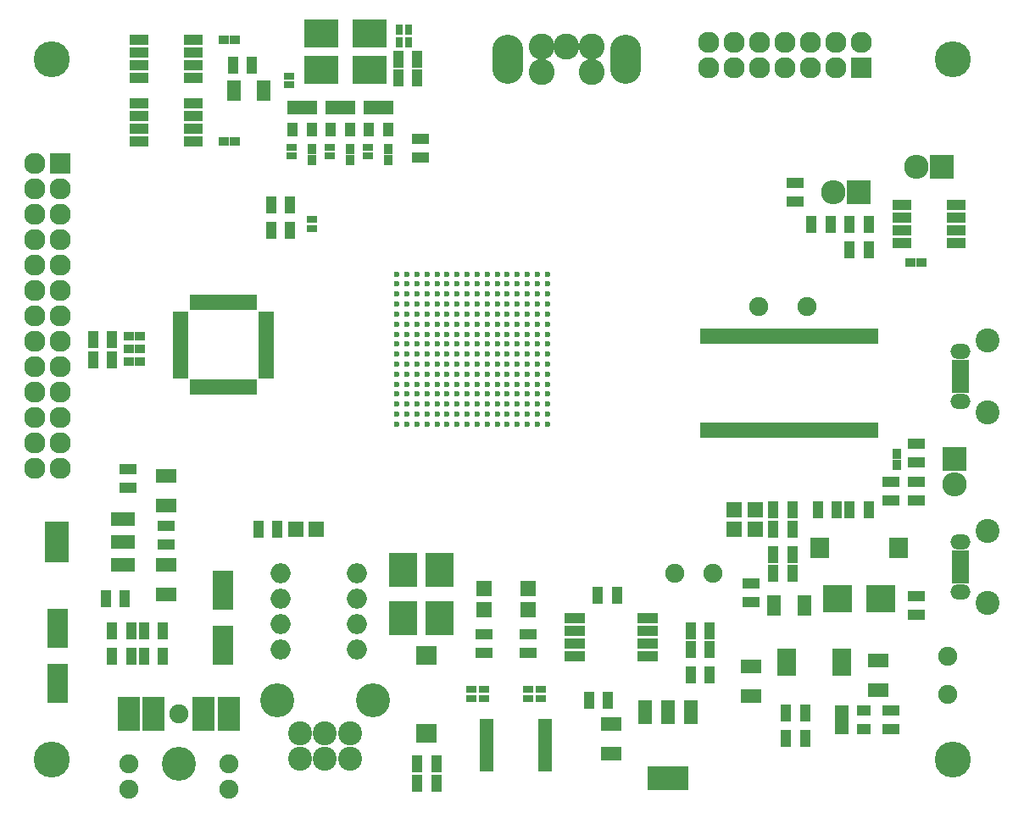
<source format=gbr>
G04 #@! TF.FileFunction,Soldermask,Top*
%FSLAX46Y46*%
G04 Gerber Fmt 4.6, Leading zero omitted, Abs format (unit mm)*
G04 Created by KiCad (PCBNEW (2015-10-06 BZR 6248, Git 20a3e23)-product) date 2015-10-8 0:39:17*
%MOMM*%
G01*
G04 APERTURE LIST*
%ADD10C,0.100000*%
%ADD11C,1.901140*%
%ADD12C,0.600000*%
%ADD13R,2.000000X1.400000*%
%ADD14R,1.400000X2.000000*%
%ADD15R,1.598880X1.598880*%
%ADD16R,0.800000X1.600000*%
%ADD17R,1.100000X1.700000*%
%ADD18R,1.700000X1.100000*%
%ADD19C,1.900000*%
%ADD20C,3.400000*%
%ADD21R,2.200000X3.400000*%
%ADD22R,1.900000X2.800000*%
%ADD23R,2.127200X2.127200*%
%ADD24O,2.127200X2.127200*%
%ADD25R,1.460000X1.050000*%
%ADD26R,2.432000X4.057600*%
%ADD27R,2.432000X1.416000*%
%ADD28R,4.057600X2.432000*%
%ADD29R,1.416000X2.432000*%
%ADD30R,1.600000X0.640000*%
%ADD31R,0.640000X1.600000*%
%ADD32R,2.100000X1.050000*%
%ADD33R,1.050000X1.460000*%
%ADD34O,2.000000X2.000000*%
%ADD35R,1.950000X1.000000*%
%ADD36R,2.432000X2.432000*%
%ADD37O,2.432000X2.432000*%
%ADD38C,2.600000*%
%ADD39O,3.100000X4.900000*%
%ADD40C,2.400000*%
%ADD41R,2.100000X1.900000*%
%ADD42R,1.900000X2.100000*%
%ADD43C,3.600000*%
%ADD44R,1.000000X0.900000*%
%ADD45R,0.900000X1.000000*%
%ADD46R,1.000000X0.800000*%
%ADD47R,0.800000X1.000000*%
%ADD48R,2.000200X3.999180*%
%ADD49R,2.899360X2.701240*%
%ADD50R,1.400000X0.800000*%
%ADD51R,1.750000X0.800000*%
%ADD52O,2.000000X1.500000*%
G04 APERTURE END LIST*
D10*
D11*
X70584060Y-24765000D03*
X75465940Y-24765000D03*
D12*
X34500000Y-21500000D03*
X35500000Y-21500000D03*
X36500000Y-21500000D03*
X37500000Y-21500000D03*
X38500000Y-21500000D03*
X39500000Y-21500000D03*
X40500000Y-21500000D03*
X41500000Y-21500000D03*
X42500000Y-21500000D03*
X43500000Y-21500000D03*
X44500000Y-21500000D03*
X45500000Y-21500000D03*
X46500000Y-21500000D03*
X47500000Y-21500000D03*
X48500000Y-21500000D03*
X49500000Y-21500000D03*
X34500000Y-22500000D03*
X34500000Y-23500000D03*
X34500000Y-24500000D03*
X34500000Y-25500000D03*
X34500000Y-26500000D03*
X34500000Y-27500000D03*
X34500000Y-28500000D03*
X34500000Y-29500000D03*
X49500000Y-22500000D03*
X48500000Y-22500000D03*
X47500000Y-22500000D03*
X46500000Y-22500000D03*
X45500000Y-22500000D03*
X44500000Y-22500000D03*
X43500000Y-22500000D03*
X42500000Y-22500000D03*
X41500000Y-22500000D03*
X40500000Y-22500000D03*
X39500000Y-22500000D03*
X38500000Y-22500000D03*
X35500000Y-22500000D03*
X36500000Y-22500000D03*
X37500000Y-22500000D03*
X35500000Y-23500000D03*
X36500000Y-23500000D03*
X37500000Y-23500000D03*
X38500000Y-23500000D03*
X39500000Y-23500000D03*
X40500000Y-23500000D03*
X41500000Y-23500000D03*
X42500000Y-23500000D03*
X35500000Y-24500000D03*
X36500000Y-24500000D03*
X37500000Y-24500000D03*
X38500000Y-24500000D03*
X39500000Y-24500000D03*
X40500000Y-24500000D03*
X41500000Y-24500000D03*
X42500000Y-24500000D03*
X35500000Y-25500000D03*
X36500000Y-25500000D03*
X37500000Y-25500000D03*
X43500000Y-23500000D03*
X43500000Y-24500000D03*
X44500000Y-23500000D03*
X44500000Y-24500000D03*
X45500000Y-24500000D03*
X45500000Y-23500000D03*
X46500000Y-23500000D03*
X47500000Y-23500000D03*
X47500000Y-24500000D03*
X46500000Y-24500000D03*
X48500000Y-23500000D03*
X48500000Y-24500000D03*
X49500000Y-24500000D03*
X49500000Y-23500000D03*
X46500000Y-25500000D03*
X46500000Y-26500000D03*
X46500000Y-27500000D03*
X47500000Y-27500000D03*
X47500000Y-26500000D03*
X47500000Y-25500000D03*
X48500000Y-25500000D03*
X48500000Y-26500000D03*
X48500000Y-27500000D03*
X49500000Y-27500000D03*
X49500000Y-26500000D03*
X49500000Y-25500000D03*
X35500000Y-26500000D03*
X36500000Y-26500000D03*
X37500000Y-26500000D03*
X37500000Y-27500000D03*
X36500000Y-27500000D03*
X35500000Y-27500000D03*
X35500000Y-28500000D03*
X36500000Y-28500000D03*
X37500000Y-28500000D03*
X37500000Y-29500000D03*
X36500000Y-29500000D03*
X35500000Y-29500000D03*
X34500000Y-30500000D03*
X35500000Y-30500000D03*
X36500000Y-30500000D03*
X37500000Y-30500000D03*
X37500000Y-31500000D03*
X36500000Y-31500000D03*
X35500000Y-31500000D03*
X34500000Y-31500000D03*
X34500000Y-32500000D03*
X35500000Y-32500000D03*
X36500000Y-32500000D03*
X37500000Y-32500000D03*
X37500000Y-33500000D03*
X37500000Y-34500000D03*
X37500000Y-35500000D03*
X36500000Y-35500000D03*
X36500000Y-34500000D03*
X36500000Y-33500000D03*
X35500000Y-33500000D03*
X35500000Y-34500000D03*
X35500000Y-35500000D03*
X34500000Y-33500000D03*
X34500000Y-34500000D03*
X34500000Y-35500000D03*
X34500000Y-36500000D03*
X35500000Y-36500000D03*
X36500000Y-36500000D03*
X37500000Y-36500000D03*
X41500000Y-25500000D03*
X40500000Y-25500000D03*
X39500000Y-25500000D03*
X38500000Y-25500000D03*
X38500000Y-26500000D03*
X39500000Y-26500000D03*
X40500000Y-26500000D03*
X41500000Y-26500000D03*
X38500000Y-27500000D03*
X39500000Y-27500000D03*
X40500000Y-27500000D03*
X41500000Y-27500000D03*
X38500000Y-28500000D03*
X39500000Y-28500000D03*
X40500000Y-28500000D03*
X41500000Y-28500000D03*
X38500000Y-29500000D03*
X39500000Y-29500000D03*
X40500000Y-29500000D03*
X41500000Y-29500000D03*
X38500000Y-30500000D03*
X39500000Y-30500000D03*
X40500000Y-30500000D03*
X41500000Y-30500000D03*
X38500000Y-31500000D03*
X39500000Y-31500000D03*
X40500000Y-31500000D03*
X41500000Y-31500000D03*
X38500000Y-32500000D03*
X39500000Y-32500000D03*
X40500000Y-32500000D03*
X38500000Y-34500000D03*
X39500000Y-34500000D03*
X38500000Y-35500000D03*
X39500000Y-35500000D03*
X38500000Y-36500000D03*
X39500000Y-36500000D03*
X41500000Y-32500000D03*
X38500000Y-33500000D03*
X39500000Y-33500000D03*
X40500000Y-33500000D03*
X44500000Y-34500000D03*
X43500000Y-34500000D03*
X42500000Y-34500000D03*
X41500000Y-34500000D03*
X40500000Y-34500000D03*
X40500000Y-35500000D03*
X41500000Y-35500000D03*
X42500000Y-35500000D03*
X43500000Y-35500000D03*
X44500000Y-35500000D03*
X40500000Y-36500000D03*
X41500000Y-36500000D03*
X42500000Y-36500000D03*
X43500000Y-36500000D03*
X44500000Y-36500000D03*
X41500000Y-33500000D03*
X42500000Y-25500000D03*
X43500000Y-25500000D03*
X44500000Y-25500000D03*
X45500000Y-25500000D03*
X45500000Y-34500000D03*
X42500000Y-26500000D03*
X43500000Y-26500000D03*
X44500000Y-26500000D03*
X45500000Y-26500000D03*
X42500000Y-29500000D03*
X45500000Y-27500000D03*
X44500000Y-27500000D03*
X43500000Y-27500000D03*
X42500000Y-27500000D03*
X45500000Y-35500000D03*
X45500000Y-36500000D03*
X42500000Y-28500000D03*
X43500000Y-28500000D03*
X44500000Y-28500000D03*
X45500000Y-28500000D03*
X43500000Y-29500000D03*
X44500000Y-29500000D03*
X45500000Y-29500000D03*
X46500000Y-28500000D03*
X46500000Y-29500000D03*
X46500000Y-30500000D03*
X46500000Y-31500000D03*
X46500000Y-32500000D03*
X46500000Y-33500000D03*
X46500000Y-34500000D03*
X46500000Y-35500000D03*
X46500000Y-36500000D03*
X42500000Y-33500000D03*
X42500000Y-32500000D03*
X42500000Y-31500000D03*
X42500000Y-30500000D03*
X43500000Y-30500000D03*
X43500000Y-31500000D03*
X43500000Y-32500000D03*
X43500000Y-33500000D03*
X47500000Y-36500000D03*
X47500000Y-35500000D03*
X47500000Y-34500000D03*
X47500000Y-33500000D03*
X47500000Y-32500000D03*
X47500000Y-31500000D03*
X47500000Y-30500000D03*
X47500000Y-29500000D03*
X47500000Y-28500000D03*
X48500000Y-28500000D03*
X48500000Y-29500000D03*
X48500000Y-30500000D03*
X48500000Y-31500000D03*
X48500000Y-32500000D03*
X48500000Y-33500000D03*
X48500000Y-34500000D03*
X48500000Y-35500000D03*
X48500000Y-36500000D03*
X44500000Y-33500000D03*
X44500000Y-32500000D03*
X44500000Y-31500000D03*
X44500000Y-30500000D03*
X45500000Y-30500000D03*
X45500000Y-31500000D03*
X45500000Y-32500000D03*
X45500000Y-33500000D03*
X49500000Y-36500000D03*
X49500000Y-35500000D03*
X49500000Y-34500000D03*
X49500000Y-33500000D03*
X49500000Y-32500000D03*
X49500000Y-31500000D03*
X49500000Y-30500000D03*
X49500000Y-29500000D03*
X49500000Y-28500000D03*
D13*
X69850000Y-60730000D03*
X69850000Y-63730000D03*
D14*
X72160000Y-54610000D03*
X75160000Y-54610000D03*
D13*
X11430000Y-50570000D03*
X11430000Y-53570000D03*
X11430000Y-44680000D03*
X11430000Y-41680000D03*
X55880000Y-66445000D03*
X55880000Y-69445000D03*
D15*
X43180000Y-55024020D03*
X43180000Y-52925980D03*
X47625000Y-55024020D03*
X47625000Y-52925980D03*
D16*
X82232500Y-27685000D03*
X81597500Y-27685000D03*
X80962500Y-27685000D03*
X80327500Y-27685000D03*
X79692500Y-27685000D03*
X79057500Y-27685000D03*
X78422500Y-27685000D03*
X77787500Y-27685000D03*
X77152500Y-27685000D03*
X76517500Y-27685000D03*
X75882500Y-27685000D03*
X75247500Y-27685000D03*
X74612500Y-27685000D03*
X73977500Y-27685000D03*
X73342500Y-27685000D03*
X72707500Y-27685000D03*
X72072500Y-27685000D03*
X71437500Y-27685000D03*
X70802500Y-27685000D03*
X70167500Y-27685000D03*
X69532500Y-27685000D03*
X68897500Y-27685000D03*
X68262500Y-27685000D03*
X67627500Y-27685000D03*
X66992500Y-27685000D03*
X66357500Y-27685000D03*
X65722500Y-27685000D03*
X65087500Y-27685000D03*
X65087500Y-37085000D03*
X65722500Y-37085000D03*
X66357500Y-37085000D03*
X66992500Y-37085000D03*
X67627500Y-37085000D03*
X68262500Y-37085000D03*
X68897500Y-37085000D03*
X69532500Y-37085000D03*
X70167500Y-37085000D03*
X70802500Y-37085000D03*
X71437500Y-37085000D03*
X72072500Y-37085000D03*
X72707500Y-37085000D03*
X73342500Y-37085000D03*
X73977500Y-37085000D03*
X74612500Y-37085000D03*
X75247500Y-37085000D03*
X75882500Y-37085000D03*
X76517500Y-37085000D03*
X77152500Y-37085000D03*
X77787500Y-37085000D03*
X78422500Y-37085000D03*
X79057500Y-37085000D03*
X79692500Y-37085000D03*
X80327500Y-37085000D03*
X80962500Y-37085000D03*
X81597500Y-37085000D03*
X82232500Y-37085000D03*
D17*
X7300000Y-53975000D03*
X5400000Y-53975000D03*
D18*
X86360000Y-53660000D03*
X86360000Y-55560000D03*
D19*
X12700000Y-65485000D03*
X7700000Y-72985000D03*
X17700000Y-72985000D03*
X17700000Y-70485000D03*
D20*
X12700000Y-70485000D03*
D21*
X17700000Y-65485000D03*
X7700000Y-65485000D03*
X15200000Y-65485000D03*
X10200000Y-65485000D03*
D19*
X7700000Y-70485000D03*
D22*
X73450000Y-60325000D03*
X78950000Y-60325000D03*
D23*
X80890000Y-880000D03*
D24*
X80890000Y1660000D03*
X78350000Y-880000D03*
X78350000Y1660000D03*
X75810000Y-880000D03*
X75810000Y1660000D03*
X73270000Y-880000D03*
X73270000Y1660000D03*
X70730000Y-880000D03*
X70730000Y1660000D03*
X68190000Y-880000D03*
X68190000Y1660000D03*
X65650000Y-880000D03*
X65650000Y1660000D03*
D18*
X83820000Y-66990000D03*
X83820000Y-65090000D03*
D17*
X73345000Y-65405000D03*
X75245000Y-65405000D03*
X75245000Y-67945000D03*
X73345000Y-67945000D03*
X6030000Y-30099000D03*
X4130000Y-30099000D03*
X23810000Y-14605000D03*
X21910000Y-14605000D03*
X21910000Y-17145000D03*
X23810000Y-17145000D03*
X54540000Y-53585000D03*
X56440000Y-53585000D03*
D18*
X43180000Y-57470000D03*
X43180000Y-59370000D03*
D17*
X73975000Y-49530000D03*
X72075000Y-49530000D03*
X63820000Y-57150000D03*
X65720000Y-57150000D03*
X65720000Y-59055000D03*
X63820000Y-59055000D03*
X73975000Y-51435000D03*
X72075000Y-51435000D03*
D18*
X47625000Y-59370000D03*
X47625000Y-57470000D03*
D17*
X76520000Y-45085000D03*
X78420000Y-45085000D03*
D18*
X83820000Y-44130000D03*
X83820000Y-42230000D03*
X74295000Y-14285000D03*
X74295000Y-12385000D03*
X86360000Y-40320000D03*
X86360000Y-38420000D03*
D17*
X81595000Y-19050000D03*
X79695000Y-19050000D03*
X79695000Y-16510000D03*
X81595000Y-16510000D03*
X77785000Y-16510000D03*
X75885000Y-16510000D03*
D25*
X78910000Y-65090000D03*
X78910000Y-66040000D03*
X78910000Y-66990000D03*
X81110000Y-66990000D03*
X81110000Y-65090000D03*
D26*
X508000Y-48260000D03*
D27*
X7112000Y-48260000D03*
X7112000Y-45974000D03*
X7112000Y-50546000D03*
D28*
X61595000Y-71882000D03*
D29*
X61595000Y-65278000D03*
X59309000Y-65278000D03*
X63881000Y-65278000D03*
D30*
X12895000Y-25575000D03*
X12895000Y-25975000D03*
X12895000Y-26375000D03*
X12895000Y-26775000D03*
X12895000Y-27175000D03*
X12895000Y-27575000D03*
X12895000Y-27975000D03*
X12895000Y-28375000D03*
X12895000Y-28775000D03*
X12895000Y-29175000D03*
X12895000Y-29575000D03*
X12895000Y-29975000D03*
X12895000Y-30375000D03*
X12895000Y-30775000D03*
X12895000Y-31175000D03*
X12895000Y-31575000D03*
D31*
X14145000Y-32825000D03*
X14545000Y-32825000D03*
X14945000Y-32825000D03*
X15345000Y-32825000D03*
X15745000Y-32825000D03*
X16145000Y-32825000D03*
X16545000Y-32825000D03*
X16945000Y-32825000D03*
X17345000Y-32825000D03*
X17745000Y-32825000D03*
X18145000Y-32825000D03*
X18545000Y-32825000D03*
X18945000Y-32825000D03*
X19345000Y-32825000D03*
X19745000Y-32825000D03*
X20145000Y-32825000D03*
D30*
X21395000Y-31575000D03*
X21395000Y-31175000D03*
X21395000Y-30775000D03*
X21395000Y-30375000D03*
X21395000Y-29975000D03*
X21395000Y-29575000D03*
X21395000Y-29175000D03*
X21395000Y-28775000D03*
X21395000Y-28375000D03*
X21395000Y-27975000D03*
X21395000Y-27575000D03*
X21395000Y-27175000D03*
X21395000Y-26775000D03*
X21395000Y-26375000D03*
X21395000Y-25975000D03*
X21395000Y-25575000D03*
D31*
X20145000Y-24325000D03*
X19745000Y-24325000D03*
X19345000Y-24325000D03*
X18945000Y-24325000D03*
X18545000Y-24325000D03*
X18145000Y-24325000D03*
X17745000Y-24325000D03*
X17345000Y-24325000D03*
X16945000Y-24325000D03*
X16545000Y-24325000D03*
X16145000Y-24325000D03*
X15745000Y-24325000D03*
X15345000Y-24325000D03*
X14945000Y-24325000D03*
X14545000Y-24325000D03*
X14145000Y-24325000D03*
D32*
X52230000Y-55880000D03*
X52230000Y-57150000D03*
X52230000Y-58420000D03*
X52230000Y-59690000D03*
X59530000Y-59690000D03*
X59530000Y-58420000D03*
X59530000Y-57150000D03*
X59530000Y-55880000D03*
D33*
X25960000Y-4860000D03*
X25010000Y-4860000D03*
X24060000Y-4860000D03*
X24060000Y-7060000D03*
X25960000Y-7060000D03*
X29770000Y-4860000D03*
X28820000Y-4860000D03*
X27870000Y-4860000D03*
X27870000Y-7060000D03*
X29770000Y-7060000D03*
X33580000Y-4860000D03*
X32630000Y-4860000D03*
X31680000Y-4860000D03*
X31680000Y-7060000D03*
X33580000Y-7060000D03*
D34*
X22860000Y-51435000D03*
X22860000Y-53975000D03*
X22860000Y-56515000D03*
X22860000Y-59055000D03*
X30480000Y-59055000D03*
X30480000Y-56515000D03*
X30480000Y-53975000D03*
X30480000Y-51435000D03*
D35*
X90330000Y-18415000D03*
X90330000Y-17145000D03*
X90330000Y-15875000D03*
X90330000Y-14605000D03*
X84930000Y-14605000D03*
X84930000Y-15875000D03*
X84930000Y-17145000D03*
X84930000Y-18415000D03*
D17*
X7935000Y-57150000D03*
X6035000Y-57150000D03*
X9210000Y-57150000D03*
X11110000Y-57150000D03*
D14*
X18185000Y-3175000D03*
X21185000Y-3175000D03*
D15*
X68165980Y-45085000D03*
X70264020Y-45085000D03*
X68165980Y-46990000D03*
X70264020Y-46990000D03*
D17*
X20000000Y-635000D03*
X18100000Y-635000D03*
D18*
X86360000Y-44130000D03*
X86360000Y-42230000D03*
D17*
X72075000Y-45085000D03*
X73975000Y-45085000D03*
X72075000Y-46990000D03*
X73975000Y-46990000D03*
D18*
X36830000Y-7940000D03*
X36830000Y-9840000D03*
D35*
X8730000Y1905000D03*
X8730000Y635000D03*
X8730000Y-635000D03*
X8730000Y-1905000D03*
X14130000Y-1905000D03*
X14130000Y-635000D03*
X14130000Y635000D03*
X14130000Y1905000D03*
X14130000Y-8255000D03*
X14130000Y-6985000D03*
X14130000Y-5715000D03*
X14130000Y-4445000D03*
X8730000Y-4445000D03*
X8730000Y-5715000D03*
X8730000Y-6985000D03*
X8730000Y-8255000D03*
D36*
X80645000Y-13335000D03*
D37*
X78105000Y-13335000D03*
D36*
X90170000Y-40005000D03*
D37*
X90170000Y-42545000D03*
D36*
X88900000Y-10795000D03*
D37*
X86360000Y-10795000D03*
D38*
X51435000Y1230000D03*
X48935000Y1230000D03*
X53935000Y1230000D03*
X48935000Y-1270000D03*
X53935000Y-1270000D03*
D39*
X45585000Y-20000D03*
X57285000Y-20000D03*
D40*
X27305000Y-67435000D03*
X27305000Y-69935000D03*
X29805000Y-69935000D03*
X24805000Y-69935000D03*
X24805000Y-67435000D03*
X29805000Y-67435000D03*
D20*
X32055000Y-64135000D03*
X22555000Y-64135000D03*
D41*
X37465000Y-59600000D03*
X37465000Y-67400000D03*
D42*
X84545000Y-48895000D03*
X76745000Y-48895000D03*
D43*
X90000000Y-70000000D03*
X0Y-70000000D03*
X0Y0D03*
X90000000Y0D03*
D18*
X11430000Y-48575000D03*
X11430000Y-46675000D03*
D17*
X63820000Y-61595000D03*
X65720000Y-61595000D03*
X6030000Y-28067000D03*
X4130000Y-28067000D03*
X34610000Y0D03*
X36510000Y0D03*
X36515000Y-72390000D03*
X38415000Y-72390000D03*
X36515000Y-70485000D03*
X38415000Y-70485000D03*
X6035000Y-59690000D03*
X7935000Y-59690000D03*
X11110000Y-59690000D03*
X9210000Y-59690000D03*
X79695000Y-45085000D03*
X81595000Y-45085000D03*
D44*
X8805000Y-27686000D03*
X7705000Y-27686000D03*
X8805000Y-30226000D03*
X7705000Y-30226000D03*
X8805000Y-28956000D03*
X7705000Y-28956000D03*
D45*
X29845000Y-8975000D03*
X29845000Y-10075000D03*
X26035000Y-8975000D03*
X26035000Y-10075000D03*
X33655000Y-8975000D03*
X33655000Y-10075000D03*
D44*
X17230000Y1905000D03*
X18330000Y1905000D03*
X17230000Y-8255000D03*
X18330000Y-8255000D03*
X86910000Y-20320000D03*
X85810000Y-20320000D03*
D45*
X84455000Y-40555000D03*
X84455000Y-39455000D03*
D17*
X36510000Y-1905000D03*
X34610000Y-1905000D03*
D46*
X26035000Y-16060000D03*
X26035000Y-16960000D03*
D47*
X34720000Y2930000D03*
X35620000Y2930000D03*
X34720000Y1660000D03*
X35620000Y1660000D03*
D46*
X23740000Y-1700000D03*
X23740000Y-2600000D03*
X31614000Y-8812000D03*
X31614000Y-9712000D03*
X23994000Y-8812000D03*
X23994000Y-9712000D03*
X27804000Y-8812000D03*
X27804000Y-9712000D03*
D48*
X635000Y-56939180D03*
X635000Y-62440820D03*
X17145000Y-53129180D03*
X17145000Y-58630820D03*
D49*
X78496160Y-53975000D03*
X82793840Y-53975000D03*
D18*
X69850000Y-52390000D03*
X69850000Y-54290000D03*
X7620000Y-40960000D03*
X7620000Y-42860000D03*
D17*
X53660000Y-64135000D03*
X55560000Y-64135000D03*
D15*
X24350980Y-46990000D03*
X26449020Y-46990000D03*
D17*
X22540000Y-46990000D03*
X20640000Y-46990000D03*
D46*
X47625000Y-63050000D03*
X47625000Y-63950000D03*
X43180000Y-63050000D03*
X43180000Y-63950000D03*
X48895000Y-63050000D03*
X48895000Y-63950000D03*
X41910000Y-63050000D03*
X41910000Y-63950000D03*
D50*
X49255000Y-70855000D03*
X49255000Y-70205000D03*
X49255000Y-69555000D03*
X49255000Y-68905000D03*
X49255000Y-68255000D03*
X49255000Y-67605000D03*
X49255000Y-66955000D03*
X49255000Y-66305000D03*
X43455000Y-66305000D03*
X43455000Y-66955000D03*
X43455000Y-67605000D03*
X43455000Y-68255000D03*
X43455000Y-68905000D03*
X43455000Y-69555000D03*
X43455000Y-70205000D03*
X43455000Y-70855000D03*
D23*
X880000Y-10405000D03*
D24*
X-1660000Y-10405000D03*
X880000Y-12945000D03*
X-1660000Y-12945000D03*
X880000Y-15485000D03*
X-1660000Y-15485000D03*
X880000Y-18025000D03*
X-1660000Y-18025000D03*
X880000Y-20565000D03*
X-1660000Y-20565000D03*
X880000Y-23105000D03*
X-1660000Y-23105000D03*
X880000Y-25645000D03*
X-1660000Y-25645000D03*
X880000Y-28185000D03*
X-1660000Y-28185000D03*
X880000Y-30725000D03*
X-1660000Y-30725000D03*
X880000Y-33265000D03*
X-1660000Y-33265000D03*
X880000Y-35805000D03*
X-1660000Y-35805000D03*
X880000Y-38345000D03*
X-1660000Y-38345000D03*
X880000Y-40885000D03*
X-1660000Y-40885000D03*
D51*
X90805000Y-52100000D03*
X90805000Y-51450000D03*
X90805000Y-50800000D03*
X90805000Y-50150000D03*
X90805000Y-49500000D03*
D52*
X90805000Y-53300000D03*
X90805000Y-48300000D03*
D40*
X93505000Y-54400000D03*
X93505000Y-47200000D03*
D51*
X90805000Y-33050000D03*
X90805000Y-32400000D03*
X90805000Y-31750000D03*
X90805000Y-31100000D03*
X90805000Y-30450000D03*
D52*
X90805000Y-34250000D03*
X90805000Y-29250000D03*
D40*
X93505000Y-35350000D03*
X93505000Y-28150000D03*
D10*
G36*
X40135000Y-57580000D02*
X37335000Y-57580000D01*
X37335000Y-54180000D01*
X40135000Y-54180000D01*
X40135000Y-57580000D01*
X40135000Y-57580000D01*
G37*
G36*
X40135000Y-52780000D02*
X37335000Y-52780000D01*
X37335000Y-49380000D01*
X40135000Y-49380000D01*
X40135000Y-52780000D01*
X40135000Y-52780000D01*
G37*
G36*
X36535000Y-52780000D02*
X33735000Y-52780000D01*
X33735000Y-49380000D01*
X36535000Y-49380000D01*
X36535000Y-52780000D01*
X36535000Y-52780000D01*
G37*
G36*
X36535000Y-57580000D02*
X33735000Y-57580000D01*
X33735000Y-54180000D01*
X36535000Y-54180000D01*
X36535000Y-57580000D01*
X36535000Y-57580000D01*
G37*
G36*
X33450000Y3940000D02*
X33450000Y1140000D01*
X30050000Y1140000D01*
X30050000Y3940000D01*
X33450000Y3940000D01*
X33450000Y3940000D01*
G37*
G36*
X28650000Y3940000D02*
X28650000Y1140000D01*
X25250000Y1140000D01*
X25250000Y3940000D01*
X28650000Y3940000D01*
X28650000Y3940000D01*
G37*
G36*
X28650000Y340000D02*
X28650000Y-2460000D01*
X25250000Y-2460000D01*
X25250000Y340000D01*
X28650000Y340000D01*
X28650000Y340000D01*
G37*
G36*
X33450000Y340000D02*
X33450000Y-2460000D01*
X30050000Y-2460000D01*
X30050000Y340000D01*
X33450000Y340000D01*
X33450000Y340000D01*
G37*
D13*
X82550000Y-63095000D03*
X82550000Y-60095000D03*
D11*
X62230000Y-51435000D03*
X66040000Y-51435000D03*
X89535000Y-59690000D03*
X89535000Y-63500000D03*
M02*

</source>
